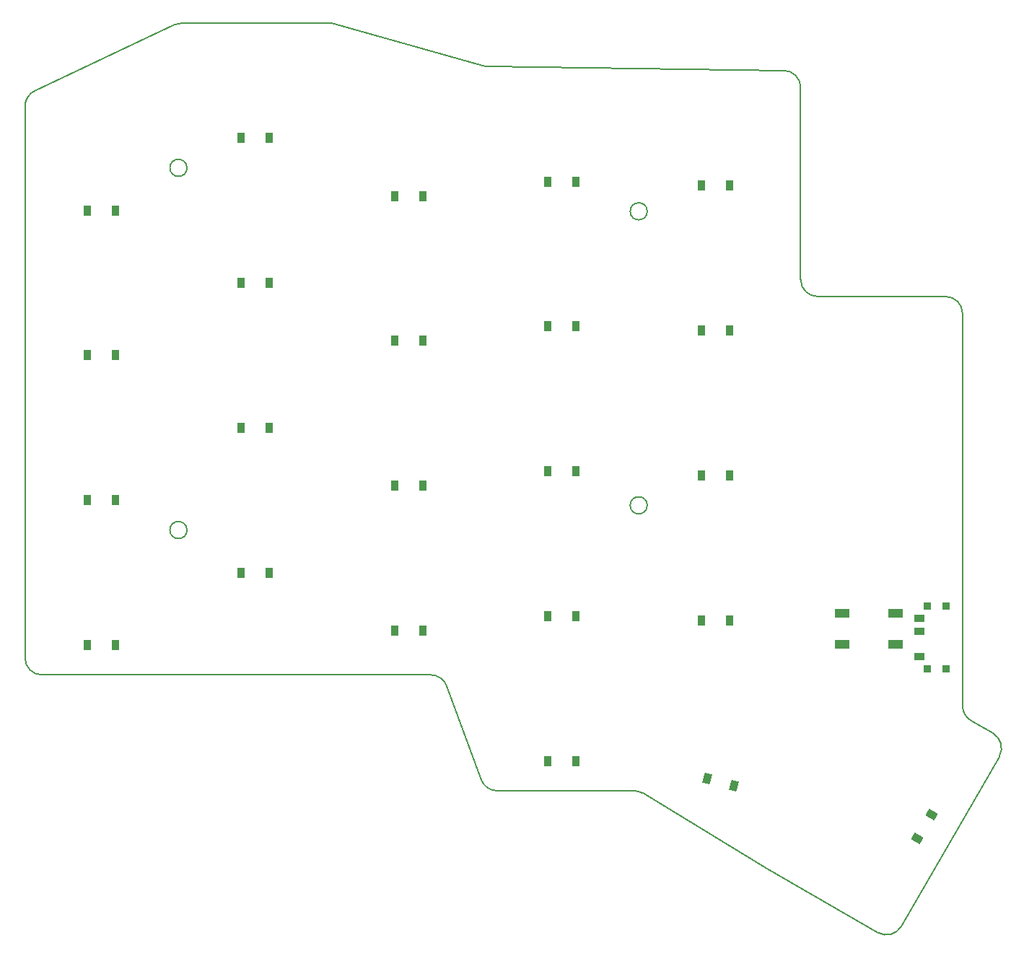
<source format=gbr>
%TF.GenerationSoftware,KiCad,Pcbnew,(6.0.0)*%
%TF.CreationDate,2022-02-05T12:05:09+01:00*%
%TF.ProjectId,samoklava2_pcb,73616d6f-6b6c-4617-9661-325f7063622e,v1.0.0*%
%TF.SameCoordinates,Original*%
%TF.FileFunction,Paste,Top*%
%TF.FilePolarity,Positive*%
%FSLAX46Y46*%
G04 Gerber Fmt 4.6, Leading zero omitted, Abs format (unit mm)*
G04 Created by KiCad (PCBNEW (6.0.0)) date 2022-02-05 12:05:09*
%MOMM*%
%LPD*%
G01*
G04 APERTURE LIST*
G04 Aperture macros list*
%AMRotRect*
0 Rectangle, with rotation*
0 The origin of the aperture is its center*
0 $1 length*
0 $2 width*
0 $3 Rotation angle, in degrees counterclockwise*
0 Add horizontal line*
21,1,$1,$2,0,0,$3*%
G04 Aperture macros list end*
%TA.AperFunction,Profile*%
%ADD10C,0.150000*%
%TD*%
%ADD11R,0.900000X0.900000*%
%ADD12R,1.250000X0.900000*%
%ADD13R,1.800000X1.100000*%
%ADD14RotRect,0.900000X1.200000X345.000000*%
%ADD15R,0.900000X1.200000*%
%ADD16RotRect,0.900000X1.200000X60.000000*%
G04 APERTURE END LIST*
D10*
X101000000Y33900000D02*
G75*
G03*
X99000000Y35900000I-1999999J1D01*
G01*
X101000000Y-12141090D02*
G75*
G03*
X102000000Y-13873141I2000000J0D01*
G01*
X-9000000Y-6500000D02*
G75*
G03*
X-7000000Y-8500000I1999999J-1D01*
G01*
X-9000000Y58232663D02*
X-9000000Y-6500000D01*
X8594465Y67808497D02*
X-7854013Y60041161D01*
X44745899Y62971995D02*
X27267341Y67924253D01*
X46395588Y-22100000D02*
X62441218Y-22100000D01*
X80027025Y62426662D02*
X45264080Y62896431D01*
X40481569Y-9809869D02*
X44518431Y-20790131D01*
X78060291Y-31227935D02*
G75*
G03*
X78096935Y-31249615I1031524J1701695D01*
G01*
X-7000000Y-8500000D02*
X38604412Y-8500000D01*
X27267341Y67924253D02*
G75*
G03*
X26722136Y68000000I-545201J-1924212D01*
G01*
X78096934Y-31249614D02*
X91068878Y-38738969D01*
X26722135Y68000000D02*
X9448477Y68000000D01*
X44518431Y-20790131D02*
G75*
G03*
X46395588Y-22100000I1877157J690130D01*
G01*
X10000000Y8500000D02*
G75*
G03*
X10000000Y8500000I-1000000J0D01*
G01*
X63477862Y-22389629D02*
X78060291Y-31227935D01*
X64000000Y11400000D02*
G75*
G03*
X64000000Y11400000I-1000000J0D01*
G01*
X40481569Y-9809869D02*
G75*
G03*
X38604412Y-8500000I-1877157J-690130D01*
G01*
X99000000Y35900000D02*
X84000000Y35900000D01*
X101000000Y-12141090D02*
X101000000Y33900000D01*
X9448477Y68000000D02*
G75*
G03*
X8594464Y67808497I2J-2000006D01*
G01*
X82000000Y37900000D02*
X82000000Y60426844D01*
X10000000Y51000000D02*
G75*
G03*
X10000000Y51000000I-1000000J0D01*
G01*
X-7854013Y60041161D02*
G75*
G03*
X-9000001Y58232663I854012J-1808497D01*
G01*
X93800928Y-38006919D02*
X105300929Y-18088334D01*
X63477862Y-22389629D02*
G75*
G03*
X62441218Y-22100000I-1036646J-1710378D01*
G01*
X64000000Y45900000D02*
G75*
G03*
X64000000Y45900000I-1000000J0D01*
G01*
X105300929Y-18088334D02*
G75*
G03*
X104568878Y-15356283I-1732051J1000000D01*
G01*
X102000000Y-13873141D02*
X104568878Y-15356284D01*
X44745899Y62971995D02*
G75*
G03*
X45264080Y62896431I545202J1924232D01*
G01*
X82000001Y60426844D02*
G75*
G03*
X80027025Y62426661I-2000001J-1D01*
G01*
X91068878Y-38738969D02*
G75*
G03*
X93800928Y-38006919I1000000J1732050D01*
G01*
X82000000Y37900000D02*
G75*
G03*
X84000000Y35900000I1999999J-1D01*
G01*
D11*
%TO.C,T1*%
X99100000Y-7800000D03*
X99100000Y-400000D03*
X96900000Y-400000D03*
X96900000Y-7800000D03*
D12*
X95925000Y-6350000D03*
X95925000Y-3350000D03*
X95925000Y-1850000D03*
%TD*%
D13*
%TO.C,B1*%
X86900000Y-1250000D03*
X93100000Y-1250000D03*
X86900000Y-4950000D03*
X93100000Y-4950000D03*
%TD*%
D14*
%TO.C,D22*%
X71005421Y-20621580D03*
X74192977Y-21475682D03*
%TD*%
D15*
%TO.C,D15*%
X52350000Y32400000D03*
X55650000Y32400000D03*
%TD*%
%TO.C,D6*%
X16350000Y20500000D03*
X19650000Y20500000D03*
%TD*%
%TO.C,D10*%
X34350000Y13700000D03*
X37650000Y13700000D03*
%TD*%
%TO.C,D16*%
X52350000Y49400000D03*
X55650000Y49400000D03*
%TD*%
%TO.C,D11*%
X34350000Y30700000D03*
X37650000Y30700000D03*
%TD*%
%TO.C,D17*%
X70350000Y-2100000D03*
X73650000Y-2100000D03*
%TD*%
%TO.C,D20*%
X70350000Y48900000D03*
X73650000Y48900000D03*
%TD*%
%TO.C,D18*%
X70350000Y14900000D03*
X73650000Y14900000D03*
%TD*%
%TO.C,D7*%
X16350000Y37500000D03*
X19650000Y37500000D03*
%TD*%
%TO.C,D13*%
X52350000Y-1600000D03*
X55650000Y-1600000D03*
%TD*%
%TO.C,D4*%
X-1650000Y46000000D03*
X1650000Y46000000D03*
%TD*%
D16*
%TO.C,D23*%
X95694840Y-27726569D03*
X97344840Y-24868685D03*
%TD*%
D15*
%TO.C,D21*%
X52350000Y-18600000D03*
X55650000Y-18600000D03*
%TD*%
%TO.C,D14*%
X52350000Y15400000D03*
X55650000Y15400000D03*
%TD*%
%TO.C,D9*%
X34350000Y-3300000D03*
X37650000Y-3300000D03*
%TD*%
%TO.C,D12*%
X34350000Y47700000D03*
X37650000Y47700000D03*
%TD*%
%TO.C,D1*%
X-1650000Y-5000000D03*
X1650000Y-5000000D03*
%TD*%
%TO.C,D8*%
X16350000Y54500000D03*
X19650000Y54500000D03*
%TD*%
%TO.C,D5*%
X16350000Y3500000D03*
X19650000Y3500000D03*
%TD*%
%TO.C,D19*%
X70350000Y31900000D03*
X73650000Y31900000D03*
%TD*%
%TO.C,D2*%
X-1650000Y12000000D03*
X1650000Y12000000D03*
%TD*%
%TO.C,D3*%
X-1650000Y29000000D03*
X1650000Y29000000D03*
%TD*%
M02*

</source>
